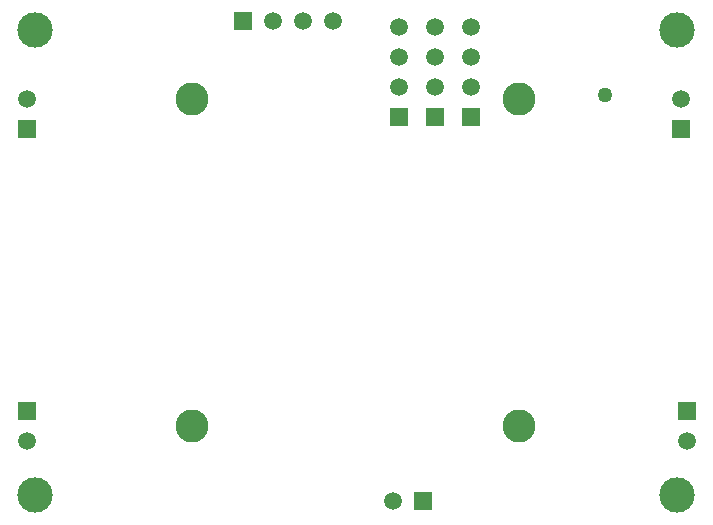
<source format=gbl>
%FSLAX44Y44*%
%MOMM*%
G71*
G01*
G75*
G04 Layer_Physical_Order=2*
G04 Layer_Color=16711680*
%ADD10C,0.2032*%
%ADD11R,0.9500X0.9000*%
%ADD12R,0.9500X0.9000*%
%ADD13R,0.6000X2.2000*%
%ADD14R,0.6000X2.2000*%
%ADD15R,2.3000X2.3000*%
%ADD16R,1.5000X1.3000*%
%ADD17R,1.3000X1.5000*%
%ADD18R,2.1500X3.5000*%
%ADD19R,2.1500X1.1000*%
%ADD20R,2.1500X1.1000*%
%ADD21C,0.7620*%
%ADD22C,0.5080*%
%ADD23C,0.2540*%
%ADD24C,2.8000*%
%ADD25C,3.0000*%
%ADD26R,1.5000X1.5000*%
%ADD27C,1.5000*%
%ADD28R,1.5000X1.5000*%
%ADD29C,1.2700*%
D24*
X439420Y751840D02*
D03*
X716280D02*
D03*
Y474980D02*
D03*
X439420D02*
D03*
D25*
X306070Y810260D02*
D03*
X849630D02*
D03*
Y416560D02*
D03*
X306070D02*
D03*
D26*
X635000Y411480D02*
D03*
X482600Y817880D02*
D03*
D27*
X609600Y411480D02*
D03*
X299720Y462280D02*
D03*
X645160Y812800D02*
D03*
Y787400D02*
D03*
Y762000D02*
D03*
X614680Y812800D02*
D03*
Y787400D02*
D03*
Y762000D02*
D03*
X858520Y462280D02*
D03*
X558800Y817880D02*
D03*
X533400D02*
D03*
X508000D02*
D03*
X299720Y751840D02*
D03*
X853440D02*
D03*
X675640Y762000D02*
D03*
Y787400D02*
D03*
Y812800D02*
D03*
D28*
X299720Y487680D02*
D03*
X645160Y736600D02*
D03*
X614680D02*
D03*
X858520Y487680D02*
D03*
X299720Y726440D02*
D03*
X853440D02*
D03*
X675640Y736600D02*
D03*
D29*
X788670Y754888D02*
D03*
M02*

</source>
